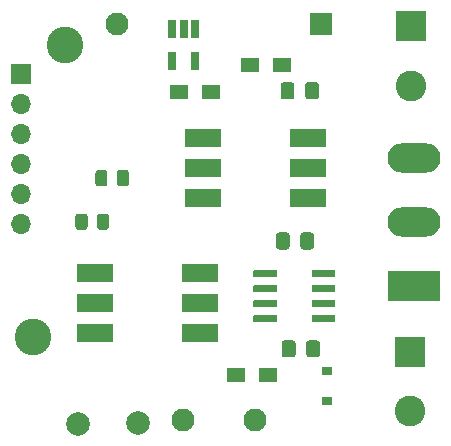
<source format=gbs>
G04 #@! TF.GenerationSoftware,KiCad,Pcbnew,5.1.7-a382d34a8~88~ubuntu18.04.1*
G04 #@! TF.CreationDate,2021-11-17T17:12:46+05:30*
G04 #@! TF.ProjectId,BackEnd_HeavyDevice_v5,4261636b-456e-4645-9f48-656176794465,rev?*
G04 #@! TF.SameCoordinates,Original*
G04 #@! TF.FileFunction,Soldermask,Bot*
G04 #@! TF.FilePolarity,Negative*
%FSLAX46Y46*%
G04 Gerber Fmt 4.6, Leading zero omitted, Abs format (unit mm)*
G04 Created by KiCad (PCBNEW 5.1.7-a382d34a8~88~ubuntu18.04.1) date 2021-11-17 17:12:46*
%MOMM*%
%LPD*%
G01*
G04 APERTURE LIST*
%ADD10C,3.100000*%
%ADD11R,1.950000X1.950000*%
%ADD12C,1.950000*%
%ADD13R,2.600000X2.600000*%
%ADD14C,2.600000*%
%ADD15R,4.500000X2.500000*%
%ADD16O,4.500000X2.500000*%
%ADD17C,2.000000*%
%ADD18R,0.900000X0.800000*%
%ADD19R,1.500000X1.300000*%
%ADD20R,3.100000X1.600000*%
%ADD21R,0.650000X1.560000*%
%ADD22R,1.700000X1.700000*%
%ADD23O,1.700000X1.700000*%
G04 APERTURE END LIST*
D10*
X114554000Y-126187200D03*
X117215920Y-101513640D03*
G36*
G01*
X136684000Y-104882000D02*
X136684000Y-105832000D01*
G75*
G02*
X136434000Y-106082000I-250000J0D01*
G01*
X135759000Y-106082000D01*
G75*
G02*
X135509000Y-105832000I0J250000D01*
G01*
X135509000Y-104882000D01*
G75*
G02*
X135759000Y-104632000I250000J0D01*
G01*
X136434000Y-104632000D01*
G75*
G02*
X136684000Y-104882000I0J-250000D01*
G01*
G37*
G36*
G01*
X138759000Y-104882000D02*
X138759000Y-105832000D01*
G75*
G02*
X138509000Y-106082000I-250000J0D01*
G01*
X137834000Y-106082000D01*
G75*
G02*
X137584000Y-105832000I0J250000D01*
G01*
X137584000Y-104882000D01*
G75*
G02*
X137834000Y-104632000I250000J0D01*
G01*
X138509000Y-104632000D01*
G75*
G02*
X138759000Y-104882000I0J-250000D01*
G01*
G37*
G36*
G01*
X136276000Y-117599000D02*
X136276000Y-118549000D01*
G75*
G02*
X136026000Y-118799000I-250000J0D01*
G01*
X135351000Y-118799000D01*
G75*
G02*
X135101000Y-118549000I0J250000D01*
G01*
X135101000Y-117599000D01*
G75*
G02*
X135351000Y-117349000I250000J0D01*
G01*
X136026000Y-117349000D01*
G75*
G02*
X136276000Y-117599000I0J-250000D01*
G01*
G37*
G36*
G01*
X138351000Y-117599000D02*
X138351000Y-118549000D01*
G75*
G02*
X138101000Y-118799000I-250000J0D01*
G01*
X137426000Y-118799000D01*
G75*
G02*
X137176000Y-118549000I0J250000D01*
G01*
X137176000Y-117599000D01*
G75*
G02*
X137426000Y-117349000I250000J0D01*
G01*
X138101000Y-117349000D01*
G75*
G02*
X138351000Y-117599000I0J-250000D01*
G01*
G37*
G36*
G01*
X136774000Y-126736000D02*
X136774000Y-127686000D01*
G75*
G02*
X136524000Y-127936000I-250000J0D01*
G01*
X135849000Y-127936000D01*
G75*
G02*
X135599000Y-127686000I0J250000D01*
G01*
X135599000Y-126736000D01*
G75*
G02*
X135849000Y-126486000I250000J0D01*
G01*
X136524000Y-126486000D01*
G75*
G02*
X136774000Y-126736000I0J-250000D01*
G01*
G37*
G36*
G01*
X138849000Y-126736000D02*
X138849000Y-127686000D01*
G75*
G02*
X138599000Y-127936000I-250000J0D01*
G01*
X137924000Y-127936000D01*
G75*
G02*
X137674000Y-127686000I0J250000D01*
G01*
X137674000Y-126736000D01*
G75*
G02*
X137924000Y-126486000I250000J0D01*
G01*
X138599000Y-126486000D01*
G75*
G02*
X138849000Y-126736000I0J-250000D01*
G01*
G37*
G36*
G01*
X138165000Y-124903000D02*
X138165000Y-124387000D01*
G75*
G02*
X138207000Y-124345000I42000J0D01*
G01*
X140093000Y-124345000D01*
G75*
G02*
X140135000Y-124387000I0J-42000D01*
G01*
X140135000Y-124903000D01*
G75*
G02*
X140093000Y-124945000I-42000J0D01*
G01*
X138207000Y-124945000D01*
G75*
G02*
X138165000Y-124903000I0J42000D01*
G01*
G37*
G36*
G01*
X138165000Y-123633000D02*
X138165000Y-123117000D01*
G75*
G02*
X138207000Y-123075000I42000J0D01*
G01*
X140093000Y-123075000D01*
G75*
G02*
X140135000Y-123117000I0J-42000D01*
G01*
X140135000Y-123633000D01*
G75*
G02*
X140093000Y-123675000I-42000J0D01*
G01*
X138207000Y-123675000D01*
G75*
G02*
X138165000Y-123633000I0J42000D01*
G01*
G37*
G36*
G01*
X138165000Y-122363000D02*
X138165000Y-121847000D01*
G75*
G02*
X138207000Y-121805000I42000J0D01*
G01*
X140093000Y-121805000D01*
G75*
G02*
X140135000Y-121847000I0J-42000D01*
G01*
X140135000Y-122363000D01*
G75*
G02*
X140093000Y-122405000I-42000J0D01*
G01*
X138207000Y-122405000D01*
G75*
G02*
X138165000Y-122363000I0J42000D01*
G01*
G37*
G36*
G01*
X138165000Y-121093000D02*
X138165000Y-120577000D01*
G75*
G02*
X138207000Y-120535000I42000J0D01*
G01*
X140093000Y-120535000D01*
G75*
G02*
X140135000Y-120577000I0J-42000D01*
G01*
X140135000Y-121093000D01*
G75*
G02*
X140093000Y-121135000I-42000J0D01*
G01*
X138207000Y-121135000D01*
G75*
G02*
X138165000Y-121093000I0J42000D01*
G01*
G37*
G36*
G01*
X133215000Y-121093000D02*
X133215000Y-120577000D01*
G75*
G02*
X133257000Y-120535000I42000J0D01*
G01*
X135143000Y-120535000D01*
G75*
G02*
X135185000Y-120577000I0J-42000D01*
G01*
X135185000Y-121093000D01*
G75*
G02*
X135143000Y-121135000I-42000J0D01*
G01*
X133257000Y-121135000D01*
G75*
G02*
X133215000Y-121093000I0J42000D01*
G01*
G37*
G36*
G01*
X133215000Y-122363000D02*
X133215000Y-121847000D01*
G75*
G02*
X133257000Y-121805000I42000J0D01*
G01*
X135143000Y-121805000D01*
G75*
G02*
X135185000Y-121847000I0J-42000D01*
G01*
X135185000Y-122363000D01*
G75*
G02*
X135143000Y-122405000I-42000J0D01*
G01*
X133257000Y-122405000D01*
G75*
G02*
X133215000Y-122363000I0J42000D01*
G01*
G37*
G36*
G01*
X133215000Y-123633000D02*
X133215000Y-123117000D01*
G75*
G02*
X133257000Y-123075000I42000J0D01*
G01*
X135143000Y-123075000D01*
G75*
G02*
X135185000Y-123117000I0J-42000D01*
G01*
X135185000Y-123633000D01*
G75*
G02*
X135143000Y-123675000I-42000J0D01*
G01*
X133257000Y-123675000D01*
G75*
G02*
X133215000Y-123633000I0J42000D01*
G01*
G37*
G36*
G01*
X133215000Y-124903000D02*
X133215000Y-124387000D01*
G75*
G02*
X133257000Y-124345000I42000J0D01*
G01*
X135143000Y-124345000D01*
G75*
G02*
X135185000Y-124387000I0J-42000D01*
G01*
X135185000Y-124903000D01*
G75*
G02*
X135143000Y-124945000I-42000J0D01*
G01*
X133257000Y-124945000D01*
G75*
G02*
X133215000Y-124903000I0J42000D01*
G01*
G37*
D11*
X138971000Y-99667000D03*
D12*
X127287000Y-133195000D03*
X121699000Y-99667000D03*
X133383000Y-133195000D03*
G36*
G01*
X119964000Y-116896001D02*
X119964000Y-115995999D01*
G75*
G02*
X120213999Y-115746000I249999J0D01*
G01*
X120739001Y-115746000D01*
G75*
G02*
X120989000Y-115995999I0J-249999D01*
G01*
X120989000Y-116896001D01*
G75*
G02*
X120739001Y-117146000I-249999J0D01*
G01*
X120213999Y-117146000D01*
G75*
G02*
X119964000Y-116896001I0J249999D01*
G01*
G37*
G36*
G01*
X118139000Y-116896001D02*
X118139000Y-115995999D01*
G75*
G02*
X118388999Y-115746000I249999J0D01*
G01*
X118914001Y-115746000D01*
G75*
G02*
X119164000Y-115995999I0J-249999D01*
G01*
X119164000Y-116896001D01*
G75*
G02*
X118914001Y-117146000I-249999J0D01*
G01*
X118388999Y-117146000D01*
G75*
G02*
X118139000Y-116896001I0J249999D01*
G01*
G37*
D13*
X146576000Y-99860100D03*
D14*
X146576000Y-104940100D03*
D13*
X146497000Y-127460000D03*
D14*
X146497000Y-132460000D03*
G36*
G01*
X121655000Y-113201001D02*
X121655000Y-112300999D01*
G75*
G02*
X121904999Y-112051000I249999J0D01*
G01*
X122430001Y-112051000D01*
G75*
G02*
X122680000Y-112300999I0J-249999D01*
G01*
X122680000Y-113201001D01*
G75*
G02*
X122430001Y-113451000I-249999J0D01*
G01*
X121904999Y-113451000D01*
G75*
G02*
X121655000Y-113201001I0J249999D01*
G01*
G37*
G36*
G01*
X119830000Y-113201001D02*
X119830000Y-112300999D01*
G75*
G02*
X120079999Y-112051000I249999J0D01*
G01*
X120605001Y-112051000D01*
G75*
G02*
X120855000Y-112300999I0J-249999D01*
G01*
X120855000Y-113201001D01*
G75*
G02*
X120605001Y-113451000I-249999J0D01*
G01*
X120079999Y-113451000D01*
G75*
G02*
X119830000Y-113201001I0J249999D01*
G01*
G37*
D15*
X146827000Y-121917000D03*
D16*
X146827000Y-116467000D03*
X146827000Y-111017000D03*
D17*
X118316000Y-133530000D03*
X123396000Y-133520000D03*
D18*
X139433000Y-131587000D03*
X139433000Y-129047000D03*
D19*
X135611000Y-103152000D03*
X132911000Y-103152000D03*
X126909000Y-105474000D03*
X129609000Y-105474000D03*
X131718000Y-129398000D03*
X134418000Y-129398000D03*
D20*
X128971000Y-114430000D03*
X137861000Y-109350000D03*
X128971000Y-111890000D03*
X137861000Y-111890000D03*
X128971000Y-109350000D03*
X137861000Y-114430000D03*
D21*
X126357000Y-102824000D03*
X128257000Y-102824000D03*
X128257000Y-100124000D03*
X127307000Y-100124000D03*
X126357000Y-100124000D03*
D20*
X128666000Y-125862000D03*
X119776000Y-120782000D03*
X128666000Y-123322000D03*
X119776000Y-123322000D03*
X128666000Y-120782000D03*
X119776000Y-125862000D03*
D22*
X113515000Y-103967000D03*
D23*
X113515000Y-106507000D03*
X113515000Y-109047000D03*
X113515000Y-111587000D03*
X113515000Y-114127000D03*
X113515000Y-116667000D03*
M02*

</source>
